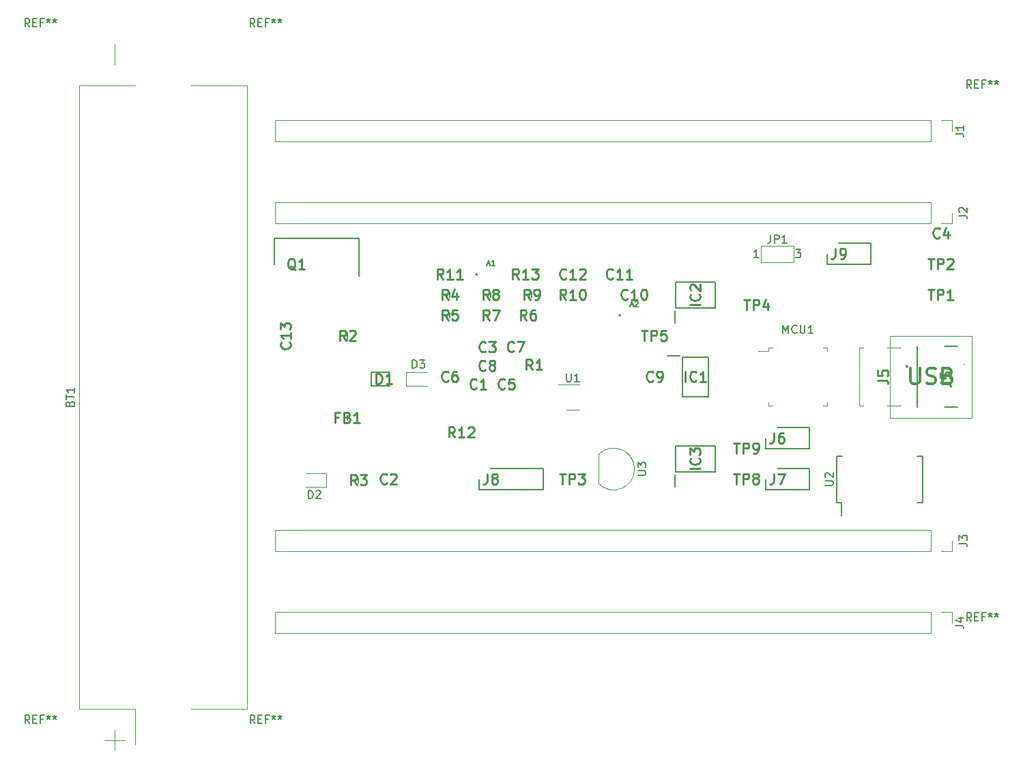
<source format=gbr>
%TF.GenerationSoftware,KiCad,Pcbnew,(6.0.1)*%
%TF.CreationDate,2022-04-08T17:51:27+02:00*%
%TF.ProjectId,main,6d61696e-2e6b-4696-9361-645f70636258,rev?*%
%TF.SameCoordinates,Original*%
%TF.FileFunction,Legend,Top*%
%TF.FilePolarity,Positive*%
%FSLAX46Y46*%
G04 Gerber Fmt 4.6, Leading zero omitted, Abs format (unit mm)*
G04 Created by KiCad (PCBNEW (6.0.1)) date 2022-04-08 17:51:27*
%MOMM*%
%LPD*%
G01*
G04 APERTURE LIST*
%ADD10C,0.100000*%
%ADD11C,0.300000*%
%ADD12C,0.254000*%
%ADD13C,0.150000*%
%ADD14C,0.200000*%
%ADD15C,0.120000*%
G04 APERTURE END LIST*
D10*
X173982212Y-91440000D02*
X184142212Y-91440000D01*
X184142212Y-91440000D02*
X184142212Y-101600000D01*
X184142212Y-101600000D02*
X173982212Y-101600000D01*
X173982212Y-101600000D02*
X173982212Y-91440000D01*
D11*
X176538402Y-95424761D02*
X176538402Y-97043809D01*
X176633640Y-97234285D01*
X176728878Y-97329523D01*
X176919354Y-97424761D01*
X177300307Y-97424761D01*
X177490783Y-97329523D01*
X177586021Y-97234285D01*
X177681259Y-97043809D01*
X177681259Y-95424761D01*
X178538402Y-97329523D02*
X178824116Y-97424761D01*
X179300307Y-97424761D01*
X179490783Y-97329523D01*
X179586021Y-97234285D01*
X179681259Y-97043809D01*
X179681259Y-96853333D01*
X179586021Y-96662857D01*
X179490783Y-96567619D01*
X179300307Y-96472380D01*
X178919354Y-96377142D01*
X178728878Y-96281904D01*
X178633640Y-96186666D01*
X178538402Y-95996190D01*
X178538402Y-95805714D01*
X178633640Y-95615238D01*
X178728878Y-95520000D01*
X178919354Y-95424761D01*
X179395545Y-95424761D01*
X179681259Y-95520000D01*
X181205069Y-96377142D02*
X181490783Y-96472380D01*
X181586021Y-96567619D01*
X181681259Y-96758095D01*
X181681259Y-97043809D01*
X181586021Y-97234285D01*
X181490783Y-97329523D01*
X181300307Y-97424761D01*
X180538402Y-97424761D01*
X180538402Y-95424761D01*
X181205069Y-95424761D01*
X181395545Y-95520000D01*
X181490783Y-95615238D01*
X181586021Y-95805714D01*
X181586021Y-95996190D01*
X181490783Y-96186666D01*
X181395545Y-96281904D01*
X181205069Y-96377142D01*
X180538402Y-96377142D01*
D12*
%TO.C,TP5*%
X143177380Y-90744523D02*
X143903095Y-90744523D01*
X143540238Y-92014523D02*
X143540238Y-90744523D01*
X144326428Y-92014523D02*
X144326428Y-90744523D01*
X144810238Y-90744523D01*
X144931190Y-90805000D01*
X144991666Y-90865476D01*
X145052142Y-90986428D01*
X145052142Y-91167857D01*
X144991666Y-91288809D01*
X144931190Y-91349285D01*
X144810238Y-91409761D01*
X144326428Y-91409761D01*
X146201190Y-90744523D02*
X145596428Y-90744523D01*
X145535952Y-91349285D01*
X145596428Y-91288809D01*
X145717380Y-91228333D01*
X146019761Y-91228333D01*
X146140714Y-91288809D01*
X146201190Y-91349285D01*
X146261666Y-91470238D01*
X146261666Y-91772619D01*
X146201190Y-91893571D01*
X146140714Y-91954047D01*
X146019761Y-92014523D01*
X145717380Y-92014523D01*
X145596428Y-91954047D01*
X145535952Y-91893571D01*
%TO.C,J9*%
X167216666Y-80584523D02*
X167216666Y-81491666D01*
X167156190Y-81673095D01*
X167035238Y-81794047D01*
X166853809Y-81854523D01*
X166732857Y-81854523D01*
X167881904Y-81854523D02*
X168123809Y-81854523D01*
X168244761Y-81794047D01*
X168305238Y-81733571D01*
X168426190Y-81552142D01*
X168486666Y-81310238D01*
X168486666Y-80826428D01*
X168426190Y-80705476D01*
X168365714Y-80645000D01*
X168244761Y-80584523D01*
X168002857Y-80584523D01*
X167881904Y-80645000D01*
X167821428Y-80705476D01*
X167760952Y-80826428D01*
X167760952Y-81128809D01*
X167821428Y-81249761D01*
X167881904Y-81310238D01*
X168002857Y-81370714D01*
X168244761Y-81370714D01*
X168365714Y-81310238D01*
X168426190Y-81249761D01*
X168486666Y-81128809D01*
%TO.C,C13*%
X99513571Y-92256428D02*
X99574047Y-92316904D01*
X99634523Y-92498333D01*
X99634523Y-92619285D01*
X99574047Y-92800714D01*
X99453095Y-92921666D01*
X99332142Y-92982142D01*
X99090238Y-93042619D01*
X98908809Y-93042619D01*
X98666904Y-92982142D01*
X98545952Y-92921666D01*
X98425000Y-92800714D01*
X98364523Y-92619285D01*
X98364523Y-92498333D01*
X98425000Y-92316904D01*
X98485476Y-92256428D01*
X99634523Y-91046904D02*
X99634523Y-91772619D01*
X99634523Y-91409761D02*
X98364523Y-91409761D01*
X98545952Y-91530714D01*
X98666904Y-91651666D01*
X98727380Y-91772619D01*
X98364523Y-90623571D02*
X98364523Y-89837380D01*
X98848333Y-90260714D01*
X98848333Y-90079285D01*
X98908809Y-89958333D01*
X98969285Y-89897857D01*
X99090238Y-89837380D01*
X99392619Y-89837380D01*
X99513571Y-89897857D01*
X99574047Y-89958333D01*
X99634523Y-90079285D01*
X99634523Y-90442142D01*
X99574047Y-90563095D01*
X99513571Y-90623571D01*
%TO.C,FB1*%
X105581666Y-101509285D02*
X105158333Y-101509285D01*
X105158333Y-102174523D02*
X105158333Y-100904523D01*
X105763095Y-100904523D01*
X106670238Y-101509285D02*
X106851666Y-101569761D01*
X106912142Y-101630238D01*
X106972619Y-101751190D01*
X106972619Y-101932619D01*
X106912142Y-102053571D01*
X106851666Y-102114047D01*
X106730714Y-102174523D01*
X106246904Y-102174523D01*
X106246904Y-100904523D01*
X106670238Y-100904523D01*
X106791190Y-100965000D01*
X106851666Y-101025476D01*
X106912142Y-101146428D01*
X106912142Y-101267380D01*
X106851666Y-101388333D01*
X106791190Y-101448809D01*
X106670238Y-101509285D01*
X106246904Y-101509285D01*
X108182142Y-102174523D02*
X107456428Y-102174523D01*
X107819285Y-102174523D02*
X107819285Y-100904523D01*
X107698333Y-101085952D01*
X107577380Y-101206904D01*
X107456428Y-101267380D01*
%TO.C,C6*%
X119168333Y-96973571D02*
X119107857Y-97034047D01*
X118926428Y-97094523D01*
X118805476Y-97094523D01*
X118624047Y-97034047D01*
X118503095Y-96913095D01*
X118442619Y-96792142D01*
X118382142Y-96550238D01*
X118382142Y-96368809D01*
X118442619Y-96126904D01*
X118503095Y-96005952D01*
X118624047Y-95885000D01*
X118805476Y-95824523D01*
X118926428Y-95824523D01*
X119107857Y-95885000D01*
X119168333Y-95945476D01*
X120256904Y-95824523D02*
X120015000Y-95824523D01*
X119894047Y-95885000D01*
X119833571Y-95945476D01*
X119712619Y-96126904D01*
X119652142Y-96368809D01*
X119652142Y-96852619D01*
X119712619Y-96973571D01*
X119773095Y-97034047D01*
X119894047Y-97094523D01*
X120135952Y-97094523D01*
X120256904Y-97034047D01*
X120317380Y-96973571D01*
X120377857Y-96852619D01*
X120377857Y-96550238D01*
X120317380Y-96429285D01*
X120256904Y-96368809D01*
X120135952Y-96308333D01*
X119894047Y-96308333D01*
X119773095Y-96368809D01*
X119712619Y-96429285D01*
X119652142Y-96550238D01*
D13*
%TO.C,U1*%
X133858095Y-96112380D02*
X133858095Y-96921904D01*
X133905714Y-97017142D01*
X133953333Y-97064761D01*
X134048571Y-97112380D01*
X134239047Y-97112380D01*
X134334285Y-97064761D01*
X134381904Y-97017142D01*
X134429523Y-96921904D01*
X134429523Y-96112380D01*
X135429523Y-97112380D02*
X134858095Y-97112380D01*
X135143809Y-97112380D02*
X135143809Y-96112380D01*
X135048571Y-96255238D01*
X134953333Y-96350476D01*
X134858095Y-96398095D01*
D12*
%TO.C,C12*%
X133803571Y-84273571D02*
X133743095Y-84334047D01*
X133561666Y-84394523D01*
X133440714Y-84394523D01*
X133259285Y-84334047D01*
X133138333Y-84213095D01*
X133077857Y-84092142D01*
X133017380Y-83850238D01*
X133017380Y-83668809D01*
X133077857Y-83426904D01*
X133138333Y-83305952D01*
X133259285Y-83185000D01*
X133440714Y-83124523D01*
X133561666Y-83124523D01*
X133743095Y-83185000D01*
X133803571Y-83245476D01*
X135013095Y-84394523D02*
X134287380Y-84394523D01*
X134650238Y-84394523D02*
X134650238Y-83124523D01*
X134529285Y-83305952D01*
X134408333Y-83426904D01*
X134287380Y-83487380D01*
X135496904Y-83245476D02*
X135557380Y-83185000D01*
X135678333Y-83124523D01*
X135980714Y-83124523D01*
X136101666Y-83185000D01*
X136162142Y-83245476D01*
X136222619Y-83366428D01*
X136222619Y-83487380D01*
X136162142Y-83668809D01*
X135436428Y-84394523D01*
X136222619Y-84394523D01*
%TO.C,R2*%
X106468333Y-92014523D02*
X106045000Y-91409761D01*
X105742619Y-92014523D02*
X105742619Y-90744523D01*
X106226428Y-90744523D01*
X106347380Y-90805000D01*
X106407857Y-90865476D01*
X106468333Y-90986428D01*
X106468333Y-91167857D01*
X106407857Y-91288809D01*
X106347380Y-91349285D01*
X106226428Y-91409761D01*
X105742619Y-91409761D01*
X106952142Y-90865476D02*
X107012619Y-90805000D01*
X107133571Y-90744523D01*
X107435952Y-90744523D01*
X107556904Y-90805000D01*
X107617380Y-90865476D01*
X107677857Y-90986428D01*
X107677857Y-91107380D01*
X107617380Y-91288809D01*
X106891666Y-92014523D01*
X107677857Y-92014523D01*
%TO.C,J8*%
X124036666Y-108524523D02*
X124036666Y-109431666D01*
X123976190Y-109613095D01*
X123855238Y-109734047D01*
X123673809Y-109794523D01*
X123552857Y-109794523D01*
X124822857Y-109068809D02*
X124701904Y-109008333D01*
X124641428Y-108947857D01*
X124580952Y-108826904D01*
X124580952Y-108766428D01*
X124641428Y-108645476D01*
X124701904Y-108585000D01*
X124822857Y-108524523D01*
X125064761Y-108524523D01*
X125185714Y-108585000D01*
X125246190Y-108645476D01*
X125306666Y-108766428D01*
X125306666Y-108826904D01*
X125246190Y-108947857D01*
X125185714Y-109008333D01*
X125064761Y-109068809D01*
X124822857Y-109068809D01*
X124701904Y-109129285D01*
X124641428Y-109189761D01*
X124580952Y-109310714D01*
X124580952Y-109552619D01*
X124641428Y-109673571D01*
X124701904Y-109734047D01*
X124822857Y-109794523D01*
X125064761Y-109794523D01*
X125185714Y-109734047D01*
X125246190Y-109673571D01*
X125306666Y-109552619D01*
X125306666Y-109310714D01*
X125246190Y-109189761D01*
X125185714Y-109129285D01*
X125064761Y-109068809D01*
D13*
%TO.C,REF\u002A\u002A*%
X95186666Y-139492380D02*
X94853333Y-139016190D01*
X94615238Y-139492380D02*
X94615238Y-138492380D01*
X94996190Y-138492380D01*
X95091428Y-138540000D01*
X95139047Y-138587619D01*
X95186666Y-138682857D01*
X95186666Y-138825714D01*
X95139047Y-138920952D01*
X95091428Y-138968571D01*
X94996190Y-139016190D01*
X94615238Y-139016190D01*
X95615238Y-138968571D02*
X95948571Y-138968571D01*
X96091428Y-139492380D02*
X95615238Y-139492380D01*
X95615238Y-138492380D01*
X96091428Y-138492380D01*
X96853333Y-138968571D02*
X96520000Y-138968571D01*
X96520000Y-139492380D02*
X96520000Y-138492380D01*
X96996190Y-138492380D01*
X97520000Y-138492380D02*
X97520000Y-138730476D01*
X97281904Y-138635238D02*
X97520000Y-138730476D01*
X97758095Y-138635238D01*
X97377142Y-138920952D02*
X97520000Y-138730476D01*
X97662857Y-138920952D01*
X98281904Y-138492380D02*
X98281904Y-138730476D01*
X98043809Y-138635238D02*
X98281904Y-138730476D01*
X98520000Y-138635238D01*
X98139047Y-138920952D02*
X98281904Y-138730476D01*
X98424761Y-138920952D01*
D12*
%TO.C,D1*%
X110252619Y-97379523D02*
X110252619Y-96109523D01*
X110555000Y-96109523D01*
X110736428Y-96170000D01*
X110857380Y-96290952D01*
X110917857Y-96411904D01*
X110978333Y-96653809D01*
X110978333Y-96835238D01*
X110917857Y-97077142D01*
X110857380Y-97198095D01*
X110736428Y-97319047D01*
X110555000Y-97379523D01*
X110252619Y-97379523D01*
X112187857Y-97379523D02*
X111462142Y-97379523D01*
X111825000Y-97379523D02*
X111825000Y-96109523D01*
X111704047Y-96290952D01*
X111583095Y-96411904D01*
X111462142Y-96472380D01*
%TO.C,R5*%
X119168333Y-89474523D02*
X118745000Y-88869761D01*
X118442619Y-89474523D02*
X118442619Y-88204523D01*
X118926428Y-88204523D01*
X119047380Y-88265000D01*
X119107857Y-88325476D01*
X119168333Y-88446428D01*
X119168333Y-88627857D01*
X119107857Y-88748809D01*
X119047380Y-88809285D01*
X118926428Y-88869761D01*
X118442619Y-88869761D01*
X120317380Y-88204523D02*
X119712619Y-88204523D01*
X119652142Y-88809285D01*
X119712619Y-88748809D01*
X119833571Y-88688333D01*
X120135952Y-88688333D01*
X120256904Y-88748809D01*
X120317380Y-88809285D01*
X120377857Y-88930238D01*
X120377857Y-89232619D01*
X120317380Y-89353571D01*
X120256904Y-89414047D01*
X120135952Y-89474523D01*
X119833571Y-89474523D01*
X119712619Y-89414047D01*
X119652142Y-89353571D01*
D13*
%TO.C,REF\u002A\u002A*%
X184086666Y-60752380D02*
X183753333Y-60276190D01*
X183515238Y-60752380D02*
X183515238Y-59752380D01*
X183896190Y-59752380D01*
X183991428Y-59800000D01*
X184039047Y-59847619D01*
X184086666Y-59942857D01*
X184086666Y-60085714D01*
X184039047Y-60180952D01*
X183991428Y-60228571D01*
X183896190Y-60276190D01*
X183515238Y-60276190D01*
X184515238Y-60228571D02*
X184848571Y-60228571D01*
X184991428Y-60752380D02*
X184515238Y-60752380D01*
X184515238Y-59752380D01*
X184991428Y-59752380D01*
X185753333Y-60228571D02*
X185420000Y-60228571D01*
X185420000Y-60752380D02*
X185420000Y-59752380D01*
X185896190Y-59752380D01*
X186420000Y-59752380D02*
X186420000Y-59990476D01*
X186181904Y-59895238D02*
X186420000Y-59990476D01*
X186658095Y-59895238D01*
X186277142Y-60180952D02*
X186420000Y-59990476D01*
X186562857Y-60180952D01*
X187181904Y-59752380D02*
X187181904Y-59990476D01*
X186943809Y-59895238D02*
X187181904Y-59990476D01*
X187420000Y-59895238D01*
X187039047Y-60180952D02*
X187181904Y-59990476D01*
X187324761Y-60180952D01*
D12*
%TO.C,R9*%
X129328333Y-86934523D02*
X128905000Y-86329761D01*
X128602619Y-86934523D02*
X128602619Y-85664523D01*
X129086428Y-85664523D01*
X129207380Y-85725000D01*
X129267857Y-85785476D01*
X129328333Y-85906428D01*
X129328333Y-86087857D01*
X129267857Y-86208809D01*
X129207380Y-86269285D01*
X129086428Y-86329761D01*
X128602619Y-86329761D01*
X129933095Y-86934523D02*
X130175000Y-86934523D01*
X130295952Y-86874047D01*
X130356428Y-86813571D01*
X130477380Y-86632142D01*
X130537857Y-86390238D01*
X130537857Y-85906428D01*
X130477380Y-85785476D01*
X130416904Y-85725000D01*
X130295952Y-85664523D01*
X130054047Y-85664523D01*
X129933095Y-85725000D01*
X129872619Y-85785476D01*
X129812142Y-85906428D01*
X129812142Y-86208809D01*
X129872619Y-86329761D01*
X129933095Y-86390238D01*
X130054047Y-86450714D01*
X130295952Y-86450714D01*
X130416904Y-86390238D01*
X130477380Y-86329761D01*
X130537857Y-86208809D01*
%TO.C,J5*%
X180259523Y-97256333D02*
X181166666Y-97256333D01*
X181348095Y-97316809D01*
X181469047Y-97437761D01*
X181529523Y-97619190D01*
X181529523Y-97740142D01*
X180259523Y-96046809D02*
X180259523Y-96651571D01*
X180864285Y-96712047D01*
X180803809Y-96651571D01*
X180743333Y-96530619D01*
X180743333Y-96228238D01*
X180803809Y-96107285D01*
X180864285Y-96046809D01*
X180985238Y-95986333D01*
X181287619Y-95986333D01*
X181408571Y-96046809D01*
X181469047Y-96107285D01*
X181529523Y-96228238D01*
X181529523Y-96530619D01*
X181469047Y-96651571D01*
X181408571Y-96712047D01*
D13*
%TO.C,REF\u002A\u002A*%
X67246666Y-53132380D02*
X66913333Y-52656190D01*
X66675238Y-53132380D02*
X66675238Y-52132380D01*
X67056190Y-52132380D01*
X67151428Y-52180000D01*
X67199047Y-52227619D01*
X67246666Y-52322857D01*
X67246666Y-52465714D01*
X67199047Y-52560952D01*
X67151428Y-52608571D01*
X67056190Y-52656190D01*
X66675238Y-52656190D01*
X67675238Y-52608571D02*
X68008571Y-52608571D01*
X68151428Y-53132380D02*
X67675238Y-53132380D01*
X67675238Y-52132380D01*
X68151428Y-52132380D01*
X68913333Y-52608571D02*
X68580000Y-52608571D01*
X68580000Y-53132380D02*
X68580000Y-52132380D01*
X69056190Y-52132380D01*
X69580000Y-52132380D02*
X69580000Y-52370476D01*
X69341904Y-52275238D02*
X69580000Y-52370476D01*
X69818095Y-52275238D01*
X69437142Y-52560952D02*
X69580000Y-52370476D01*
X69722857Y-52560952D01*
X70341904Y-52132380D02*
X70341904Y-52370476D01*
X70103809Y-52275238D02*
X70341904Y-52370476D01*
X70580000Y-52275238D01*
X70199047Y-52560952D02*
X70341904Y-52370476D01*
X70484761Y-52560952D01*
D12*
%TO.C,Q1*%
X100209047Y-83245476D02*
X100088095Y-83185000D01*
X99967142Y-83064047D01*
X99785714Y-82882619D01*
X99664761Y-82822142D01*
X99543809Y-82822142D01*
X99604285Y-83124523D02*
X99483333Y-83064047D01*
X99362380Y-82943095D01*
X99301904Y-82701190D01*
X99301904Y-82277857D01*
X99362380Y-82035952D01*
X99483333Y-81915000D01*
X99604285Y-81854523D01*
X99846190Y-81854523D01*
X99967142Y-81915000D01*
X100088095Y-82035952D01*
X100148571Y-82277857D01*
X100148571Y-82701190D01*
X100088095Y-82943095D01*
X99967142Y-83064047D01*
X99846190Y-83124523D01*
X99604285Y-83124523D01*
X101358095Y-83124523D02*
X100632380Y-83124523D01*
X100995238Y-83124523D02*
X100995238Y-81854523D01*
X100874285Y-82035952D01*
X100753333Y-82156904D01*
X100632380Y-82217380D01*
%TO.C,C5*%
X126183333Y-97923571D02*
X126122857Y-97984047D01*
X125941428Y-98044523D01*
X125820476Y-98044523D01*
X125639047Y-97984047D01*
X125518095Y-97863095D01*
X125457619Y-97742142D01*
X125397142Y-97500238D01*
X125397142Y-97318809D01*
X125457619Y-97076904D01*
X125518095Y-96955952D01*
X125639047Y-96835000D01*
X125820476Y-96774523D01*
X125941428Y-96774523D01*
X126122857Y-96835000D01*
X126183333Y-96895476D01*
X127332380Y-96774523D02*
X126727619Y-96774523D01*
X126667142Y-97379285D01*
X126727619Y-97318809D01*
X126848571Y-97258333D01*
X127150952Y-97258333D01*
X127271904Y-97318809D01*
X127332380Y-97379285D01*
X127392857Y-97500238D01*
X127392857Y-97802619D01*
X127332380Y-97923571D01*
X127271904Y-97984047D01*
X127150952Y-98044523D01*
X126848571Y-98044523D01*
X126727619Y-97984047D01*
X126667142Y-97923571D01*
%TO.C,TP4*%
X155877380Y-86934523D02*
X156603095Y-86934523D01*
X156240238Y-88204523D02*
X156240238Y-86934523D01*
X157026428Y-88204523D02*
X157026428Y-86934523D01*
X157510238Y-86934523D01*
X157631190Y-86995000D01*
X157691666Y-87055476D01*
X157752142Y-87176428D01*
X157752142Y-87357857D01*
X157691666Y-87478809D01*
X157631190Y-87539285D01*
X157510238Y-87599761D01*
X157026428Y-87599761D01*
X158840714Y-87357857D02*
X158840714Y-88204523D01*
X158538333Y-86874047D02*
X158235952Y-87781190D01*
X159022142Y-87781190D01*
D13*
%TO.C,J2*%
X182562380Y-76533333D02*
X183276666Y-76533333D01*
X183419523Y-76580952D01*
X183514761Y-76676190D01*
X183562380Y-76819047D01*
X183562380Y-76914285D01*
X182657619Y-76104761D02*
X182610000Y-76057142D01*
X182562380Y-75961904D01*
X182562380Y-75723809D01*
X182610000Y-75628571D01*
X182657619Y-75580952D01*
X182752857Y-75533333D01*
X182848095Y-75533333D01*
X182990952Y-75580952D01*
X183562380Y-76152380D01*
X183562380Y-75533333D01*
D12*
%TO.C,J5*%
X172476735Y-96943333D02*
X173383878Y-96943333D01*
X173565307Y-97003809D01*
X173686259Y-97124761D01*
X173746735Y-97306190D01*
X173746735Y-97427142D01*
X172476735Y-95733809D02*
X172476735Y-96338571D01*
X173081497Y-96399047D01*
X173021021Y-96338571D01*
X172960545Y-96217619D01*
X172960545Y-95915238D01*
X173021021Y-95794285D01*
X173081497Y-95733809D01*
X173202450Y-95673333D01*
X173504831Y-95673333D01*
X173625783Y-95733809D01*
X173686259Y-95794285D01*
X173746735Y-95915238D01*
X173746735Y-96217619D01*
X173686259Y-96338571D01*
X173625783Y-96399047D01*
D13*
%TO.C,REF\u002A\u002A*%
X67246666Y-139492380D02*
X66913333Y-139016190D01*
X66675238Y-139492380D02*
X66675238Y-138492380D01*
X67056190Y-138492380D01*
X67151428Y-138540000D01*
X67199047Y-138587619D01*
X67246666Y-138682857D01*
X67246666Y-138825714D01*
X67199047Y-138920952D01*
X67151428Y-138968571D01*
X67056190Y-139016190D01*
X66675238Y-139016190D01*
X67675238Y-138968571D02*
X68008571Y-138968571D01*
X68151428Y-139492380D02*
X67675238Y-139492380D01*
X67675238Y-138492380D01*
X68151428Y-138492380D01*
X68913333Y-138968571D02*
X68580000Y-138968571D01*
X68580000Y-139492380D02*
X68580000Y-138492380D01*
X69056190Y-138492380D01*
X69580000Y-138492380D02*
X69580000Y-138730476D01*
X69341904Y-138635238D02*
X69580000Y-138730476D01*
X69818095Y-138635238D01*
X69437142Y-138920952D02*
X69580000Y-138730476D01*
X69722857Y-138920952D01*
X70341904Y-138492380D02*
X70341904Y-138730476D01*
X70103809Y-138635238D02*
X70341904Y-138730476D01*
X70580000Y-138635238D01*
X70199047Y-138920952D02*
X70341904Y-138730476D01*
X70484761Y-138920952D01*
%TO.C,A2*%
X141814857Y-87600266D02*
X142119619Y-87600266D01*
X141753904Y-87783123D02*
X141967238Y-87143123D01*
X142180571Y-87783123D01*
X142363428Y-87204076D02*
X142393904Y-87173600D01*
X142454857Y-87143123D01*
X142607238Y-87143123D01*
X142668190Y-87173600D01*
X142698666Y-87204076D01*
X142729142Y-87265028D01*
X142729142Y-87325980D01*
X142698666Y-87417409D01*
X142332952Y-87783123D01*
X142729142Y-87783123D01*
D12*
%TO.C,C4*%
X180128333Y-79193571D02*
X180067857Y-79254047D01*
X179886428Y-79314523D01*
X179765476Y-79314523D01*
X179584047Y-79254047D01*
X179463095Y-79133095D01*
X179402619Y-79012142D01*
X179342142Y-78770238D01*
X179342142Y-78588809D01*
X179402619Y-78346904D01*
X179463095Y-78225952D01*
X179584047Y-78105000D01*
X179765476Y-78044523D01*
X179886428Y-78044523D01*
X180067857Y-78105000D01*
X180128333Y-78165476D01*
X181216904Y-78467857D02*
X181216904Y-79314523D01*
X180914523Y-77984047D02*
X180612142Y-78891190D01*
X181398333Y-78891190D01*
%TO.C,IC1*%
X148620238Y-97094523D02*
X148620238Y-95824523D01*
X149950714Y-96973571D02*
X149890238Y-97034047D01*
X149708809Y-97094523D01*
X149587857Y-97094523D01*
X149406428Y-97034047D01*
X149285476Y-96913095D01*
X149225000Y-96792142D01*
X149164523Y-96550238D01*
X149164523Y-96368809D01*
X149225000Y-96126904D01*
X149285476Y-96005952D01*
X149406428Y-95885000D01*
X149587857Y-95824523D01*
X149708809Y-95824523D01*
X149890238Y-95885000D01*
X149950714Y-95945476D01*
X151160238Y-97094523D02*
X150434523Y-97094523D01*
X150797380Y-97094523D02*
X150797380Y-95824523D01*
X150676428Y-96005952D01*
X150555476Y-96126904D01*
X150434523Y-96187380D01*
D13*
%TO.C,D2*%
X101836904Y-111602380D02*
X101836904Y-110602380D01*
X102075000Y-110602380D01*
X102217857Y-110650000D01*
X102313095Y-110745238D01*
X102360714Y-110840476D01*
X102408333Y-111030952D01*
X102408333Y-111173809D01*
X102360714Y-111364285D01*
X102313095Y-111459523D01*
X102217857Y-111554761D01*
X102075000Y-111602380D01*
X101836904Y-111602380D01*
X102789285Y-110697619D02*
X102836904Y-110650000D01*
X102932142Y-110602380D01*
X103170238Y-110602380D01*
X103265476Y-110650000D01*
X103313095Y-110697619D01*
X103360714Y-110792857D01*
X103360714Y-110888095D01*
X103313095Y-111030952D01*
X102741666Y-111602380D01*
X103360714Y-111602380D01*
%TO.C,MCU1*%
X160726666Y-91122380D02*
X160726666Y-90122380D01*
X161060000Y-90836666D01*
X161393333Y-90122380D01*
X161393333Y-91122380D01*
X162440952Y-91027142D02*
X162393333Y-91074761D01*
X162250476Y-91122380D01*
X162155238Y-91122380D01*
X162012380Y-91074761D01*
X161917142Y-90979523D01*
X161869523Y-90884285D01*
X161821904Y-90693809D01*
X161821904Y-90550952D01*
X161869523Y-90360476D01*
X161917142Y-90265238D01*
X162012380Y-90170000D01*
X162155238Y-90122380D01*
X162250476Y-90122380D01*
X162393333Y-90170000D01*
X162440952Y-90217619D01*
X162869523Y-90122380D02*
X162869523Y-90931904D01*
X162917142Y-91027142D01*
X162964761Y-91074761D01*
X163060000Y-91122380D01*
X163250476Y-91122380D01*
X163345714Y-91074761D01*
X163393333Y-91027142D01*
X163440952Y-90931904D01*
X163440952Y-90122380D01*
X164440952Y-91122380D02*
X163869523Y-91122380D01*
X164155238Y-91122380D02*
X164155238Y-90122380D01*
X164060000Y-90265238D01*
X163964761Y-90360476D01*
X163869523Y-90408095D01*
D12*
%TO.C,TP9*%
X154607380Y-104714523D02*
X155333095Y-104714523D01*
X154970238Y-105984523D02*
X154970238Y-104714523D01*
X155756428Y-105984523D02*
X155756428Y-104714523D01*
X156240238Y-104714523D01*
X156361190Y-104775000D01*
X156421666Y-104835476D01*
X156482142Y-104956428D01*
X156482142Y-105137857D01*
X156421666Y-105258809D01*
X156361190Y-105319285D01*
X156240238Y-105379761D01*
X155756428Y-105379761D01*
X157086904Y-105984523D02*
X157328809Y-105984523D01*
X157449761Y-105924047D01*
X157510238Y-105863571D01*
X157631190Y-105682142D01*
X157691666Y-105440238D01*
X157691666Y-104956428D01*
X157631190Y-104835476D01*
X157570714Y-104775000D01*
X157449761Y-104714523D01*
X157207857Y-104714523D01*
X157086904Y-104775000D01*
X157026428Y-104835476D01*
X156965952Y-104956428D01*
X156965952Y-105258809D01*
X157026428Y-105379761D01*
X157086904Y-105440238D01*
X157207857Y-105500714D01*
X157449761Y-105500714D01*
X157570714Y-105440238D01*
X157631190Y-105379761D01*
X157691666Y-105258809D01*
D13*
%TO.C,A1*%
X124034857Y-82520266D02*
X124339619Y-82520266D01*
X123973904Y-82703123D02*
X124187238Y-82063123D01*
X124400571Y-82703123D01*
X124949142Y-82703123D02*
X124583428Y-82703123D01*
X124766285Y-82703123D02*
X124766285Y-82063123D01*
X124705333Y-82154552D01*
X124644380Y-82215504D01*
X124583428Y-82245980D01*
D12*
%TO.C,R12*%
X119973571Y-104024523D02*
X119550238Y-103419761D01*
X119247857Y-104024523D02*
X119247857Y-102754523D01*
X119731666Y-102754523D01*
X119852619Y-102815000D01*
X119913095Y-102875476D01*
X119973571Y-102996428D01*
X119973571Y-103177857D01*
X119913095Y-103298809D01*
X119852619Y-103359285D01*
X119731666Y-103419761D01*
X119247857Y-103419761D01*
X121183095Y-104024523D02*
X120457380Y-104024523D01*
X120820238Y-104024523D02*
X120820238Y-102754523D01*
X120699285Y-102935952D01*
X120578333Y-103056904D01*
X120457380Y-103117380D01*
X121666904Y-102875476D02*
X121727380Y-102815000D01*
X121848333Y-102754523D01*
X122150714Y-102754523D01*
X122271666Y-102815000D01*
X122332142Y-102875476D01*
X122392619Y-102996428D01*
X122392619Y-103117380D01*
X122332142Y-103298809D01*
X121606428Y-104024523D01*
X122392619Y-104024523D01*
D13*
%TO.C,D3*%
X114751904Y-95432380D02*
X114751904Y-94432380D01*
X114990000Y-94432380D01*
X115132857Y-94480000D01*
X115228095Y-94575238D01*
X115275714Y-94670476D01*
X115323333Y-94860952D01*
X115323333Y-95003809D01*
X115275714Y-95194285D01*
X115228095Y-95289523D01*
X115132857Y-95384761D01*
X114990000Y-95432380D01*
X114751904Y-95432380D01*
X115656666Y-94432380D02*
X116275714Y-94432380D01*
X115942380Y-94813333D01*
X116085238Y-94813333D01*
X116180476Y-94860952D01*
X116228095Y-94908571D01*
X116275714Y-95003809D01*
X116275714Y-95241904D01*
X116228095Y-95337142D01*
X116180476Y-95384761D01*
X116085238Y-95432380D01*
X115799523Y-95432380D01*
X115704285Y-95384761D01*
X115656666Y-95337142D01*
D12*
%TO.C,J7*%
X159596666Y-108524523D02*
X159596666Y-109431666D01*
X159536190Y-109613095D01*
X159415238Y-109734047D01*
X159233809Y-109794523D01*
X159112857Y-109794523D01*
X160080476Y-108524523D02*
X160927142Y-108524523D01*
X160382857Y-109794523D01*
%TO.C,J6*%
X159596666Y-103444523D02*
X159596666Y-104351666D01*
X159536190Y-104533095D01*
X159415238Y-104654047D01*
X159233809Y-104714523D01*
X159112857Y-104714523D01*
X160745714Y-103444523D02*
X160503809Y-103444523D01*
X160382857Y-103505000D01*
X160322380Y-103565476D01*
X160201428Y-103746904D01*
X160140952Y-103988809D01*
X160140952Y-104472619D01*
X160201428Y-104593571D01*
X160261904Y-104654047D01*
X160382857Y-104714523D01*
X160624761Y-104714523D01*
X160745714Y-104654047D01*
X160806190Y-104593571D01*
X160866666Y-104472619D01*
X160866666Y-104170238D01*
X160806190Y-104049285D01*
X160745714Y-103988809D01*
X160624761Y-103928333D01*
X160382857Y-103928333D01*
X160261904Y-103988809D01*
X160201428Y-104049285D01*
X160140952Y-104170238D01*
%TO.C,C11*%
X139593571Y-84273571D02*
X139533095Y-84334047D01*
X139351666Y-84394523D01*
X139230714Y-84394523D01*
X139049285Y-84334047D01*
X138928333Y-84213095D01*
X138867857Y-84092142D01*
X138807380Y-83850238D01*
X138807380Y-83668809D01*
X138867857Y-83426904D01*
X138928333Y-83305952D01*
X139049285Y-83185000D01*
X139230714Y-83124523D01*
X139351666Y-83124523D01*
X139533095Y-83185000D01*
X139593571Y-83245476D01*
X140803095Y-84394523D02*
X140077380Y-84394523D01*
X140440238Y-84394523D02*
X140440238Y-83124523D01*
X140319285Y-83305952D01*
X140198333Y-83426904D01*
X140077380Y-83487380D01*
X142012619Y-84394523D02*
X141286904Y-84394523D01*
X141649761Y-84394523D02*
X141649761Y-83124523D01*
X141528809Y-83305952D01*
X141407857Y-83426904D01*
X141286904Y-83487380D01*
D13*
%TO.C,J1*%
X182122380Y-66373333D02*
X182836666Y-66373333D01*
X182979523Y-66420952D01*
X183074761Y-66516190D01*
X183122380Y-66659047D01*
X183122380Y-66754285D01*
X183122380Y-65373333D02*
X183122380Y-65944761D01*
X183122380Y-65659047D02*
X182122380Y-65659047D01*
X182265238Y-65754285D01*
X182360476Y-65849523D01*
X182408095Y-65944761D01*
D12*
%TO.C,C9*%
X144568333Y-96973571D02*
X144507857Y-97034047D01*
X144326428Y-97094523D01*
X144205476Y-97094523D01*
X144024047Y-97034047D01*
X143903095Y-96913095D01*
X143842619Y-96792142D01*
X143782142Y-96550238D01*
X143782142Y-96368809D01*
X143842619Y-96126904D01*
X143903095Y-96005952D01*
X144024047Y-95885000D01*
X144205476Y-95824523D01*
X144326428Y-95824523D01*
X144507857Y-95885000D01*
X144568333Y-95945476D01*
X145173095Y-97094523D02*
X145415000Y-97094523D01*
X145535952Y-97034047D01*
X145596428Y-96973571D01*
X145717380Y-96792142D01*
X145777857Y-96550238D01*
X145777857Y-96066428D01*
X145717380Y-95945476D01*
X145656904Y-95885000D01*
X145535952Y-95824523D01*
X145294047Y-95824523D01*
X145173095Y-95885000D01*
X145112619Y-95945476D01*
X145052142Y-96066428D01*
X145052142Y-96368809D01*
X145112619Y-96489761D01*
X145173095Y-96550238D01*
X145294047Y-96610714D01*
X145535952Y-96610714D01*
X145656904Y-96550238D01*
X145717380Y-96489761D01*
X145777857Y-96368809D01*
%TO.C,R13*%
X127923571Y-84394523D02*
X127500238Y-83789761D01*
X127197857Y-84394523D02*
X127197857Y-83124523D01*
X127681666Y-83124523D01*
X127802619Y-83185000D01*
X127863095Y-83245476D01*
X127923571Y-83366428D01*
X127923571Y-83547857D01*
X127863095Y-83668809D01*
X127802619Y-83729285D01*
X127681666Y-83789761D01*
X127197857Y-83789761D01*
X129133095Y-84394523D02*
X128407380Y-84394523D01*
X128770238Y-84394523D02*
X128770238Y-83124523D01*
X128649285Y-83305952D01*
X128528333Y-83426904D01*
X128407380Y-83487380D01*
X129556428Y-83124523D02*
X130342619Y-83124523D01*
X129919285Y-83608333D01*
X130100714Y-83608333D01*
X130221666Y-83668809D01*
X130282142Y-83729285D01*
X130342619Y-83850238D01*
X130342619Y-84152619D01*
X130282142Y-84273571D01*
X130221666Y-84334047D01*
X130100714Y-84394523D01*
X129737857Y-84394523D01*
X129616904Y-84334047D01*
X129556428Y-84273571D01*
%TO.C,C1*%
X122683333Y-97923571D02*
X122622857Y-97984047D01*
X122441428Y-98044523D01*
X122320476Y-98044523D01*
X122139047Y-97984047D01*
X122018095Y-97863095D01*
X121957619Y-97742142D01*
X121897142Y-97500238D01*
X121897142Y-97318809D01*
X121957619Y-97076904D01*
X122018095Y-96955952D01*
X122139047Y-96835000D01*
X122320476Y-96774523D01*
X122441428Y-96774523D01*
X122622857Y-96835000D01*
X122683333Y-96895476D01*
X123892857Y-98044523D02*
X123167142Y-98044523D01*
X123530000Y-98044523D02*
X123530000Y-96774523D01*
X123409047Y-96955952D01*
X123288095Y-97076904D01*
X123167142Y-97137380D01*
D13*
%TO.C,JP1*%
X159186666Y-78932380D02*
X159186666Y-79646666D01*
X159139047Y-79789523D01*
X159043809Y-79884761D01*
X158900952Y-79932380D01*
X158805714Y-79932380D01*
X159662857Y-79932380D02*
X159662857Y-78932380D01*
X160043809Y-78932380D01*
X160139047Y-78980000D01*
X160186666Y-79027619D01*
X160234285Y-79122857D01*
X160234285Y-79265714D01*
X160186666Y-79360952D01*
X160139047Y-79408571D01*
X160043809Y-79456190D01*
X159662857Y-79456190D01*
X161186666Y-79932380D02*
X160615238Y-79932380D01*
X160900952Y-79932380D02*
X160900952Y-78932380D01*
X160805714Y-79075238D01*
X160710476Y-79170476D01*
X160615238Y-79218095D01*
X157705714Y-81732380D02*
X157134285Y-81732380D01*
X157420000Y-81732380D02*
X157420000Y-80732380D01*
X157324761Y-80875238D01*
X157229523Y-80970476D01*
X157134285Y-81018095D01*
X162286666Y-80732380D02*
X162905714Y-80732380D01*
X162572380Y-81113333D01*
X162715238Y-81113333D01*
X162810476Y-81160952D01*
X162858095Y-81208571D01*
X162905714Y-81303809D01*
X162905714Y-81541904D01*
X162858095Y-81637142D01*
X162810476Y-81684761D01*
X162715238Y-81732380D01*
X162429523Y-81732380D01*
X162334285Y-81684761D01*
X162286666Y-81637142D01*
D12*
%TO.C,R4*%
X119168333Y-86934523D02*
X118745000Y-86329761D01*
X118442619Y-86934523D02*
X118442619Y-85664523D01*
X118926428Y-85664523D01*
X119047380Y-85725000D01*
X119107857Y-85785476D01*
X119168333Y-85906428D01*
X119168333Y-86087857D01*
X119107857Y-86208809D01*
X119047380Y-86269285D01*
X118926428Y-86329761D01*
X118442619Y-86329761D01*
X120256904Y-86087857D02*
X120256904Y-86934523D01*
X119954523Y-85604047D02*
X119652142Y-86511190D01*
X120438333Y-86511190D01*
%TO.C,R6*%
X128873333Y-89474523D02*
X128450000Y-88869761D01*
X128147619Y-89474523D02*
X128147619Y-88204523D01*
X128631428Y-88204523D01*
X128752380Y-88265000D01*
X128812857Y-88325476D01*
X128873333Y-88446428D01*
X128873333Y-88627857D01*
X128812857Y-88748809D01*
X128752380Y-88809285D01*
X128631428Y-88869761D01*
X128147619Y-88869761D01*
X129961904Y-88204523D02*
X129720000Y-88204523D01*
X129599047Y-88265000D01*
X129538571Y-88325476D01*
X129417619Y-88506904D01*
X129357142Y-88748809D01*
X129357142Y-89232619D01*
X129417619Y-89353571D01*
X129478095Y-89414047D01*
X129599047Y-89474523D01*
X129840952Y-89474523D01*
X129961904Y-89414047D01*
X130022380Y-89353571D01*
X130082857Y-89232619D01*
X130082857Y-88930238D01*
X130022380Y-88809285D01*
X129961904Y-88748809D01*
X129840952Y-88688333D01*
X129599047Y-88688333D01*
X129478095Y-88748809D01*
X129417619Y-88809285D01*
X129357142Y-88930238D01*
%TO.C,R10*%
X133803571Y-86934523D02*
X133380238Y-86329761D01*
X133077857Y-86934523D02*
X133077857Y-85664523D01*
X133561666Y-85664523D01*
X133682619Y-85725000D01*
X133743095Y-85785476D01*
X133803571Y-85906428D01*
X133803571Y-86087857D01*
X133743095Y-86208809D01*
X133682619Y-86269285D01*
X133561666Y-86329761D01*
X133077857Y-86329761D01*
X135013095Y-86934523D02*
X134287380Y-86934523D01*
X134650238Y-86934523D02*
X134650238Y-85664523D01*
X134529285Y-85845952D01*
X134408333Y-85966904D01*
X134287380Y-86027380D01*
X135799285Y-85664523D02*
X135920238Y-85664523D01*
X136041190Y-85725000D01*
X136101666Y-85785476D01*
X136162142Y-85906428D01*
X136222619Y-86148333D01*
X136222619Y-86450714D01*
X136162142Y-86692619D01*
X136101666Y-86813571D01*
X136041190Y-86874047D01*
X135920238Y-86934523D01*
X135799285Y-86934523D01*
X135678333Y-86874047D01*
X135617857Y-86813571D01*
X135557380Y-86692619D01*
X135496904Y-86450714D01*
X135496904Y-86148333D01*
X135557380Y-85906428D01*
X135617857Y-85785476D01*
X135678333Y-85725000D01*
X135799285Y-85664523D01*
%TO.C,C3*%
X123808333Y-93323571D02*
X123747857Y-93384047D01*
X123566428Y-93444523D01*
X123445476Y-93444523D01*
X123264047Y-93384047D01*
X123143095Y-93263095D01*
X123082619Y-93142142D01*
X123022142Y-92900238D01*
X123022142Y-92718809D01*
X123082619Y-92476904D01*
X123143095Y-92355952D01*
X123264047Y-92235000D01*
X123445476Y-92174523D01*
X123566428Y-92174523D01*
X123747857Y-92235000D01*
X123808333Y-92295476D01*
X124231666Y-92174523D02*
X125017857Y-92174523D01*
X124594523Y-92658333D01*
X124775952Y-92658333D01*
X124896904Y-92718809D01*
X124957380Y-92779285D01*
X125017857Y-92900238D01*
X125017857Y-93202619D01*
X124957380Y-93323571D01*
X124896904Y-93384047D01*
X124775952Y-93444523D01*
X124413095Y-93444523D01*
X124292142Y-93384047D01*
X124231666Y-93323571D01*
%TO.C,C7*%
X127323333Y-93303571D02*
X127262857Y-93364047D01*
X127081428Y-93424523D01*
X126960476Y-93424523D01*
X126779047Y-93364047D01*
X126658095Y-93243095D01*
X126597619Y-93122142D01*
X126537142Y-92880238D01*
X126537142Y-92698809D01*
X126597619Y-92456904D01*
X126658095Y-92335952D01*
X126779047Y-92215000D01*
X126960476Y-92154523D01*
X127081428Y-92154523D01*
X127262857Y-92215000D01*
X127323333Y-92275476D01*
X127746666Y-92154523D02*
X128593333Y-92154523D01*
X128049047Y-93424523D01*
%TO.C,C2*%
X111548333Y-109673571D02*
X111487857Y-109734047D01*
X111306428Y-109794523D01*
X111185476Y-109794523D01*
X111004047Y-109734047D01*
X110883095Y-109613095D01*
X110822619Y-109492142D01*
X110762142Y-109250238D01*
X110762142Y-109068809D01*
X110822619Y-108826904D01*
X110883095Y-108705952D01*
X111004047Y-108585000D01*
X111185476Y-108524523D01*
X111306428Y-108524523D01*
X111487857Y-108585000D01*
X111548333Y-108645476D01*
X112032142Y-108645476D02*
X112092619Y-108585000D01*
X112213571Y-108524523D01*
X112515952Y-108524523D01*
X112636904Y-108585000D01*
X112697380Y-108645476D01*
X112757857Y-108766428D01*
X112757857Y-108887380D01*
X112697380Y-109068809D01*
X111971666Y-109794523D01*
X112757857Y-109794523D01*
%TO.C,R1*%
X129608333Y-95644523D02*
X129185000Y-95039761D01*
X128882619Y-95644523D02*
X128882619Y-94374523D01*
X129366428Y-94374523D01*
X129487380Y-94435000D01*
X129547857Y-94495476D01*
X129608333Y-94616428D01*
X129608333Y-94797857D01*
X129547857Y-94918809D01*
X129487380Y-94979285D01*
X129366428Y-95039761D01*
X128882619Y-95039761D01*
X130817857Y-95644523D02*
X130092142Y-95644523D01*
X130455000Y-95644523D02*
X130455000Y-94374523D01*
X130334047Y-94555952D01*
X130213095Y-94676904D01*
X130092142Y-94737380D01*
D13*
%TO.C,REF\u002A\u002A*%
X184086666Y-126792380D02*
X183753333Y-126316190D01*
X183515238Y-126792380D02*
X183515238Y-125792380D01*
X183896190Y-125792380D01*
X183991428Y-125840000D01*
X184039047Y-125887619D01*
X184086666Y-125982857D01*
X184086666Y-126125714D01*
X184039047Y-126220952D01*
X183991428Y-126268571D01*
X183896190Y-126316190D01*
X183515238Y-126316190D01*
X184515238Y-126268571D02*
X184848571Y-126268571D01*
X184991428Y-126792380D02*
X184515238Y-126792380D01*
X184515238Y-125792380D01*
X184991428Y-125792380D01*
X185753333Y-126268571D02*
X185420000Y-126268571D01*
X185420000Y-126792380D02*
X185420000Y-125792380D01*
X185896190Y-125792380D01*
X186420000Y-125792380D02*
X186420000Y-126030476D01*
X186181904Y-125935238D02*
X186420000Y-126030476D01*
X186658095Y-125935238D01*
X186277142Y-126220952D02*
X186420000Y-126030476D01*
X186562857Y-126220952D01*
X187181904Y-125792380D02*
X187181904Y-126030476D01*
X186943809Y-125935238D02*
X187181904Y-126030476D01*
X187420000Y-125935238D01*
X187039047Y-126220952D02*
X187181904Y-126030476D01*
X187324761Y-126220952D01*
%TO.C,J4*%
X182122380Y-127333333D02*
X182836666Y-127333333D01*
X182979523Y-127380952D01*
X183074761Y-127476190D01*
X183122380Y-127619047D01*
X183122380Y-127714285D01*
X182455714Y-126428571D02*
X183122380Y-126428571D01*
X182074761Y-126666666D02*
X182789047Y-126904761D01*
X182789047Y-126285714D01*
%TO.C,U2*%
X165922380Y-109981904D02*
X166731904Y-109981904D01*
X166827142Y-109934285D01*
X166874761Y-109886666D01*
X166922380Y-109791428D01*
X166922380Y-109600952D01*
X166874761Y-109505714D01*
X166827142Y-109458095D01*
X166731904Y-109410476D01*
X165922380Y-109410476D01*
X166017619Y-108981904D02*
X165970000Y-108934285D01*
X165922380Y-108839047D01*
X165922380Y-108600952D01*
X165970000Y-108505714D01*
X166017619Y-108458095D01*
X166112857Y-108410476D01*
X166208095Y-108410476D01*
X166350952Y-108458095D01*
X166922380Y-109029523D01*
X166922380Y-108410476D01*
%TO.C,REF\u002A\u002A*%
X95186666Y-53132380D02*
X94853333Y-52656190D01*
X94615238Y-53132380D02*
X94615238Y-52132380D01*
X94996190Y-52132380D01*
X95091428Y-52180000D01*
X95139047Y-52227619D01*
X95186666Y-52322857D01*
X95186666Y-52465714D01*
X95139047Y-52560952D01*
X95091428Y-52608571D01*
X94996190Y-52656190D01*
X94615238Y-52656190D01*
X95615238Y-52608571D02*
X95948571Y-52608571D01*
X96091428Y-53132380D02*
X95615238Y-53132380D01*
X95615238Y-52132380D01*
X96091428Y-52132380D01*
X96853333Y-52608571D02*
X96520000Y-52608571D01*
X96520000Y-53132380D02*
X96520000Y-52132380D01*
X96996190Y-52132380D01*
X97520000Y-52132380D02*
X97520000Y-52370476D01*
X97281904Y-52275238D02*
X97520000Y-52370476D01*
X97758095Y-52275238D01*
X97377142Y-52560952D02*
X97520000Y-52370476D01*
X97662857Y-52560952D01*
X98281904Y-52132380D02*
X98281904Y-52370476D01*
X98043809Y-52275238D02*
X98281904Y-52370476D01*
X98520000Y-52275238D01*
X98139047Y-52560952D02*
X98281904Y-52370476D01*
X98424761Y-52560952D01*
%TO.C,J3*%
X182562380Y-117173333D02*
X183276666Y-117173333D01*
X183419523Y-117220952D01*
X183514761Y-117316190D01*
X183562380Y-117459047D01*
X183562380Y-117554285D01*
X182562380Y-116792380D02*
X182562380Y-116173333D01*
X182943333Y-116506666D01*
X182943333Y-116363809D01*
X182990952Y-116268571D01*
X183038571Y-116220952D01*
X183133809Y-116173333D01*
X183371904Y-116173333D01*
X183467142Y-116220952D01*
X183514761Y-116268571D01*
X183562380Y-116363809D01*
X183562380Y-116649523D01*
X183514761Y-116744761D01*
X183467142Y-116792380D01*
D12*
%TO.C,TP2*%
X178737380Y-81854523D02*
X179463095Y-81854523D01*
X179100238Y-83124523D02*
X179100238Y-81854523D01*
X179886428Y-83124523D02*
X179886428Y-81854523D01*
X180370238Y-81854523D01*
X180491190Y-81915000D01*
X180551666Y-81975476D01*
X180612142Y-82096428D01*
X180612142Y-82277857D01*
X180551666Y-82398809D01*
X180491190Y-82459285D01*
X180370238Y-82519761D01*
X179886428Y-82519761D01*
X181095952Y-81975476D02*
X181156428Y-81915000D01*
X181277380Y-81854523D01*
X181579761Y-81854523D01*
X181700714Y-81915000D01*
X181761190Y-81975476D01*
X181821666Y-82096428D01*
X181821666Y-82217380D01*
X181761190Y-82398809D01*
X181035476Y-83124523D01*
X181821666Y-83124523D01*
%TO.C,R7*%
X124248333Y-89474523D02*
X123825000Y-88869761D01*
X123522619Y-89474523D02*
X123522619Y-88204523D01*
X124006428Y-88204523D01*
X124127380Y-88265000D01*
X124187857Y-88325476D01*
X124248333Y-88446428D01*
X124248333Y-88627857D01*
X124187857Y-88748809D01*
X124127380Y-88809285D01*
X124006428Y-88869761D01*
X123522619Y-88869761D01*
X124671666Y-88204523D02*
X125518333Y-88204523D01*
X124974047Y-89474523D01*
%TO.C,TP8*%
X154607380Y-108524523D02*
X155333095Y-108524523D01*
X154970238Y-109794523D02*
X154970238Y-108524523D01*
X155756428Y-109794523D02*
X155756428Y-108524523D01*
X156240238Y-108524523D01*
X156361190Y-108585000D01*
X156421666Y-108645476D01*
X156482142Y-108766428D01*
X156482142Y-108947857D01*
X156421666Y-109068809D01*
X156361190Y-109129285D01*
X156240238Y-109189761D01*
X155756428Y-109189761D01*
X157207857Y-109068809D02*
X157086904Y-109008333D01*
X157026428Y-108947857D01*
X156965952Y-108826904D01*
X156965952Y-108766428D01*
X157026428Y-108645476D01*
X157086904Y-108585000D01*
X157207857Y-108524523D01*
X157449761Y-108524523D01*
X157570714Y-108585000D01*
X157631190Y-108645476D01*
X157691666Y-108766428D01*
X157691666Y-108826904D01*
X157631190Y-108947857D01*
X157570714Y-109008333D01*
X157449761Y-109068809D01*
X157207857Y-109068809D01*
X157086904Y-109129285D01*
X157026428Y-109189761D01*
X156965952Y-109310714D01*
X156965952Y-109552619D01*
X157026428Y-109673571D01*
X157086904Y-109734047D01*
X157207857Y-109794523D01*
X157449761Y-109794523D01*
X157570714Y-109734047D01*
X157631190Y-109673571D01*
X157691666Y-109552619D01*
X157691666Y-109310714D01*
X157631190Y-109189761D01*
X157570714Y-109129285D01*
X157449761Y-109068809D01*
%TO.C,C8*%
X123793333Y-95633571D02*
X123732857Y-95694047D01*
X123551428Y-95754523D01*
X123430476Y-95754523D01*
X123249047Y-95694047D01*
X123128095Y-95573095D01*
X123067619Y-95452142D01*
X123007142Y-95210238D01*
X123007142Y-95028809D01*
X123067619Y-94786904D01*
X123128095Y-94665952D01*
X123249047Y-94545000D01*
X123430476Y-94484523D01*
X123551428Y-94484523D01*
X123732857Y-94545000D01*
X123793333Y-94605476D01*
X124519047Y-95028809D02*
X124398095Y-94968333D01*
X124337619Y-94907857D01*
X124277142Y-94786904D01*
X124277142Y-94726428D01*
X124337619Y-94605476D01*
X124398095Y-94545000D01*
X124519047Y-94484523D01*
X124760952Y-94484523D01*
X124881904Y-94545000D01*
X124942380Y-94605476D01*
X125002857Y-94726428D01*
X125002857Y-94786904D01*
X124942380Y-94907857D01*
X124881904Y-94968333D01*
X124760952Y-95028809D01*
X124519047Y-95028809D01*
X124398095Y-95089285D01*
X124337619Y-95149761D01*
X124277142Y-95270714D01*
X124277142Y-95512619D01*
X124337619Y-95633571D01*
X124398095Y-95694047D01*
X124519047Y-95754523D01*
X124760952Y-95754523D01*
X124881904Y-95694047D01*
X124942380Y-95633571D01*
X125002857Y-95512619D01*
X125002857Y-95270714D01*
X124942380Y-95149761D01*
X124881904Y-95089285D01*
X124760952Y-95028809D01*
%TO.C,TP3*%
X133017380Y-108524523D02*
X133743095Y-108524523D01*
X133380238Y-109794523D02*
X133380238Y-108524523D01*
X134166428Y-109794523D02*
X134166428Y-108524523D01*
X134650238Y-108524523D01*
X134771190Y-108585000D01*
X134831666Y-108645476D01*
X134892142Y-108766428D01*
X134892142Y-108947857D01*
X134831666Y-109068809D01*
X134771190Y-109129285D01*
X134650238Y-109189761D01*
X134166428Y-109189761D01*
X135315476Y-108524523D02*
X136101666Y-108524523D01*
X135678333Y-109008333D01*
X135859761Y-109008333D01*
X135980714Y-109068809D01*
X136041190Y-109129285D01*
X136101666Y-109250238D01*
X136101666Y-109552619D01*
X136041190Y-109673571D01*
X135980714Y-109734047D01*
X135859761Y-109794523D01*
X135496904Y-109794523D01*
X135375952Y-109734047D01*
X135315476Y-109673571D01*
%TO.C,TP1*%
X178737380Y-85664523D02*
X179463095Y-85664523D01*
X179100238Y-86934523D02*
X179100238Y-85664523D01*
X179886428Y-86934523D02*
X179886428Y-85664523D01*
X180370238Y-85664523D01*
X180491190Y-85725000D01*
X180551666Y-85785476D01*
X180612142Y-85906428D01*
X180612142Y-86087857D01*
X180551666Y-86208809D01*
X180491190Y-86269285D01*
X180370238Y-86329761D01*
X179886428Y-86329761D01*
X181821666Y-86934523D02*
X181095952Y-86934523D01*
X181458809Y-86934523D02*
X181458809Y-85664523D01*
X181337857Y-85845952D01*
X181216904Y-85966904D01*
X181095952Y-86027380D01*
%TO.C,R11*%
X118563571Y-84394523D02*
X118140238Y-83789761D01*
X117837857Y-84394523D02*
X117837857Y-83124523D01*
X118321666Y-83124523D01*
X118442619Y-83185000D01*
X118503095Y-83245476D01*
X118563571Y-83366428D01*
X118563571Y-83547857D01*
X118503095Y-83668809D01*
X118442619Y-83729285D01*
X118321666Y-83789761D01*
X117837857Y-83789761D01*
X119773095Y-84394523D02*
X119047380Y-84394523D01*
X119410238Y-84394523D02*
X119410238Y-83124523D01*
X119289285Y-83305952D01*
X119168333Y-83426904D01*
X119047380Y-83487380D01*
X120982619Y-84394523D02*
X120256904Y-84394523D01*
X120619761Y-84394523D02*
X120619761Y-83124523D01*
X120498809Y-83305952D01*
X120377857Y-83426904D01*
X120256904Y-83487380D01*
%TO.C,R3*%
X107823333Y-109924523D02*
X107400000Y-109319761D01*
X107097619Y-109924523D02*
X107097619Y-108654523D01*
X107581428Y-108654523D01*
X107702380Y-108715000D01*
X107762857Y-108775476D01*
X107823333Y-108896428D01*
X107823333Y-109077857D01*
X107762857Y-109198809D01*
X107702380Y-109259285D01*
X107581428Y-109319761D01*
X107097619Y-109319761D01*
X108246666Y-108654523D02*
X109032857Y-108654523D01*
X108609523Y-109138333D01*
X108790952Y-109138333D01*
X108911904Y-109198809D01*
X108972380Y-109259285D01*
X109032857Y-109380238D01*
X109032857Y-109682619D01*
X108972380Y-109803571D01*
X108911904Y-109864047D01*
X108790952Y-109924523D01*
X108428095Y-109924523D01*
X108307142Y-109864047D01*
X108246666Y-109803571D01*
%TO.C,IC2*%
X150434523Y-87599761D02*
X149164523Y-87599761D01*
X150313571Y-86269285D02*
X150374047Y-86329761D01*
X150434523Y-86511190D01*
X150434523Y-86632142D01*
X150374047Y-86813571D01*
X150253095Y-86934523D01*
X150132142Y-86995000D01*
X149890238Y-87055476D01*
X149708809Y-87055476D01*
X149466904Y-86995000D01*
X149345952Y-86934523D01*
X149225000Y-86813571D01*
X149164523Y-86632142D01*
X149164523Y-86511190D01*
X149225000Y-86329761D01*
X149285476Y-86269285D01*
X149285476Y-85785476D02*
X149225000Y-85725000D01*
X149164523Y-85604047D01*
X149164523Y-85301666D01*
X149225000Y-85180714D01*
X149285476Y-85120238D01*
X149406428Y-85059761D01*
X149527380Y-85059761D01*
X149708809Y-85120238D01*
X150434523Y-85845952D01*
X150434523Y-85059761D01*
%TO.C,IC3*%
X150434523Y-107919761D02*
X149164523Y-107919761D01*
X150313571Y-106589285D02*
X150374047Y-106649761D01*
X150434523Y-106831190D01*
X150434523Y-106952142D01*
X150374047Y-107133571D01*
X150253095Y-107254523D01*
X150132142Y-107315000D01*
X149890238Y-107375476D01*
X149708809Y-107375476D01*
X149466904Y-107315000D01*
X149345952Y-107254523D01*
X149225000Y-107133571D01*
X149164523Y-106952142D01*
X149164523Y-106831190D01*
X149225000Y-106649761D01*
X149285476Y-106589285D01*
X149164523Y-106165952D02*
X149164523Y-105379761D01*
X149648333Y-105803095D01*
X149648333Y-105621666D01*
X149708809Y-105500714D01*
X149769285Y-105440238D01*
X149890238Y-105379761D01*
X150192619Y-105379761D01*
X150313571Y-105440238D01*
X150374047Y-105500714D01*
X150434523Y-105621666D01*
X150434523Y-105984523D01*
X150374047Y-106105476D01*
X150313571Y-106165952D01*
%TO.C,R8*%
X124248333Y-86934523D02*
X123825000Y-86329761D01*
X123522619Y-86934523D02*
X123522619Y-85664523D01*
X124006428Y-85664523D01*
X124127380Y-85725000D01*
X124187857Y-85785476D01*
X124248333Y-85906428D01*
X124248333Y-86087857D01*
X124187857Y-86208809D01*
X124127380Y-86269285D01*
X124006428Y-86329761D01*
X123522619Y-86329761D01*
X124974047Y-86208809D02*
X124853095Y-86148333D01*
X124792619Y-86087857D01*
X124732142Y-85966904D01*
X124732142Y-85906428D01*
X124792619Y-85785476D01*
X124853095Y-85725000D01*
X124974047Y-85664523D01*
X125215952Y-85664523D01*
X125336904Y-85725000D01*
X125397380Y-85785476D01*
X125457857Y-85906428D01*
X125457857Y-85966904D01*
X125397380Y-86087857D01*
X125336904Y-86148333D01*
X125215952Y-86208809D01*
X124974047Y-86208809D01*
X124853095Y-86269285D01*
X124792619Y-86329761D01*
X124732142Y-86450714D01*
X124732142Y-86692619D01*
X124792619Y-86813571D01*
X124853095Y-86874047D01*
X124974047Y-86934523D01*
X125215952Y-86934523D01*
X125336904Y-86874047D01*
X125397380Y-86813571D01*
X125457857Y-86692619D01*
X125457857Y-86450714D01*
X125397380Y-86329761D01*
X125336904Y-86269285D01*
X125215952Y-86208809D01*
D13*
%TO.C,BT1*%
X72248571Y-99845714D02*
X72296190Y-99702857D01*
X72343809Y-99655238D01*
X72439047Y-99607619D01*
X72581904Y-99607619D01*
X72677142Y-99655238D01*
X72724761Y-99702857D01*
X72772380Y-99798095D01*
X72772380Y-100179047D01*
X71772380Y-100179047D01*
X71772380Y-99845714D01*
X71820000Y-99750476D01*
X71867619Y-99702857D01*
X71962857Y-99655238D01*
X72058095Y-99655238D01*
X72153333Y-99702857D01*
X72200952Y-99750476D01*
X72248571Y-99845714D01*
X72248571Y-100179047D01*
X71772380Y-99321904D02*
X71772380Y-98750476D01*
X72772380Y-99036190D02*
X71772380Y-99036190D01*
X72772380Y-97893333D02*
X72772380Y-98464761D01*
X72772380Y-98179047D02*
X71772380Y-98179047D01*
X71915238Y-98274285D01*
X72010476Y-98369523D01*
X72058095Y-98464761D01*
%TO.C,U3*%
X142712380Y-108711904D02*
X143521904Y-108711904D01*
X143617142Y-108664285D01*
X143664761Y-108616666D01*
X143712380Y-108521428D01*
X143712380Y-108330952D01*
X143664761Y-108235714D01*
X143617142Y-108188095D01*
X143521904Y-108140476D01*
X142712380Y-108140476D01*
X142712380Y-107759523D02*
X142712380Y-107140476D01*
X143093333Y-107473809D01*
X143093333Y-107330952D01*
X143140952Y-107235714D01*
X143188571Y-107188095D01*
X143283809Y-107140476D01*
X143521904Y-107140476D01*
X143617142Y-107188095D01*
X143664761Y-107235714D01*
X143712380Y-107330952D01*
X143712380Y-107616666D01*
X143664761Y-107711904D01*
X143617142Y-107759523D01*
D12*
%TO.C,C10*%
X141423571Y-86813571D02*
X141363095Y-86874047D01*
X141181666Y-86934523D01*
X141060714Y-86934523D01*
X140879285Y-86874047D01*
X140758333Y-86753095D01*
X140697857Y-86632142D01*
X140637380Y-86390238D01*
X140637380Y-86208809D01*
X140697857Y-85966904D01*
X140758333Y-85845952D01*
X140879285Y-85725000D01*
X141060714Y-85664523D01*
X141181666Y-85664523D01*
X141363095Y-85725000D01*
X141423571Y-85785476D01*
X142633095Y-86934523D02*
X141907380Y-86934523D01*
X142270238Y-86934523D02*
X142270238Y-85664523D01*
X142149285Y-85845952D01*
X142028333Y-85966904D01*
X141907380Y-86027380D01*
X143419285Y-85664523D02*
X143540238Y-85664523D01*
X143661190Y-85725000D01*
X143721666Y-85785476D01*
X143782142Y-85906428D01*
X143842619Y-86148333D01*
X143842619Y-86450714D01*
X143782142Y-86692619D01*
X143721666Y-86813571D01*
X143661190Y-86874047D01*
X143540238Y-86934523D01*
X143419285Y-86934523D01*
X143298333Y-86874047D01*
X143237857Y-86813571D01*
X143177380Y-86692619D01*
X143116904Y-86450714D01*
X143116904Y-86148333D01*
X143177380Y-85906428D01*
X143237857Y-85785476D01*
X143298333Y-85725000D01*
X143419285Y-85664523D01*
D14*
%TO.C,J9*%
X171650000Y-79955000D02*
X167640000Y-79955000D01*
X171650000Y-82605000D02*
X171650000Y-79955000D01*
X166170000Y-82605000D02*
X171650000Y-82605000D01*
X166170000Y-81280000D02*
X166170000Y-82605000D01*
%TO.C,FB1*%
X106640000Y-101300000D02*
X106640000Y-101900000D01*
D15*
%TO.C,U1*%
X134620000Y-100620000D02*
X133820000Y-100620000D01*
X134620000Y-97500000D02*
X135420000Y-97500000D01*
X134620000Y-97500000D02*
X132820000Y-97500000D01*
X134620000Y-100620000D02*
X135420000Y-100620000D01*
D14*
%TO.C,R2*%
X106680000Y-90915000D02*
X106680000Y-91965000D01*
%TO.C,J8*%
X123040000Y-109220000D02*
X123040000Y-110545000D01*
X130960000Y-110545000D02*
X130960000Y-107895000D01*
X123040000Y-110545000D02*
X130960000Y-110545000D01*
X130960000Y-107895000D02*
X124460000Y-107895000D01*
%TO.C,D1*%
X109640000Y-95980000D02*
X109640000Y-97630000D01*
X111940000Y-95980000D02*
X109640000Y-95980000D01*
X109640000Y-97630000D02*
X111940000Y-97630000D01*
%TO.C,R5*%
X119380000Y-88600000D02*
X119380000Y-89200000D01*
%TO.C,R9*%
X129540000Y-86060000D02*
X129540000Y-86660000D01*
%TO.C,J5*%
X183210890Y-94948000D02*
G75*
G03*
X183210890Y-94948000I-45890J0D01*
G01*
X177375000Y-100270000D02*
X177375000Y-92770000D01*
X182375000Y-92770000D02*
X180748000Y-92770000D01*
X182375000Y-100270000D02*
X180748000Y-100270000D01*
%TO.C,Q1*%
X108140000Y-84045000D02*
X108140000Y-79355000D01*
X108140000Y-79355000D02*
X97600000Y-79355000D01*
X97600000Y-79355000D02*
X97600000Y-82550000D01*
D15*
%TO.C,J2*%
X181670000Y-77530000D02*
X180340000Y-77530000D01*
X179070000Y-74870000D02*
X97730000Y-74870000D01*
X179070000Y-74870000D02*
X179070000Y-77530000D01*
X97730000Y-74870000D02*
X97730000Y-77530000D01*
X181670000Y-76200000D02*
X181670000Y-77530000D01*
X179070000Y-77530000D02*
X97730000Y-77530000D01*
D10*
%TO.C,J5*%
X173672212Y-100120000D02*
X175232212Y-100120000D01*
X173672212Y-92920000D02*
X175232212Y-92920000D01*
X175232212Y-100120000D02*
X175232212Y-100120000D01*
X170672212Y-100120000D02*
X170172212Y-100120000D01*
X175232212Y-100120000D02*
X175232212Y-100020000D01*
X170172212Y-100120000D02*
X170172212Y-92920000D01*
X175232212Y-92920000D02*
X175232212Y-93020000D01*
X170172212Y-92920000D02*
X170672212Y-92920000D01*
D14*
X176072212Y-95120000D02*
X176072212Y-95120000D01*
X176072212Y-95320000D02*
X176072212Y-95320000D01*
X176072212Y-95120000D02*
G75*
G03*
X176072212Y-95320000I0J-100000D01*
G01*
X176072212Y-95320000D02*
G75*
G03*
X176072212Y-95120000I0J100000D01*
G01*
%TO.C,A2*%
X140590000Y-88900000D02*
G75*
G03*
X140590000Y-88900000I-100000J0D01*
G01*
%TO.C,IC1*%
X151460000Y-94070000D02*
X151460000Y-98970000D01*
X148260000Y-94070000D02*
X151460000Y-94070000D01*
X146385000Y-93940000D02*
X147910000Y-93940000D01*
X148260000Y-98970000D02*
X148260000Y-94070000D01*
X151460000Y-98970000D02*
X148260000Y-98970000D01*
D15*
%TO.C,D2*%
X104075000Y-108450000D02*
X101525000Y-108450000D01*
X104075000Y-110150000D02*
X104075000Y-108450000D01*
X104075000Y-110150000D02*
X101525000Y-110150000D01*
%TO.C,MCU1*%
X159400000Y-92910000D02*
X158950000Y-92910000D01*
X158950000Y-100130000D02*
X158950000Y-99680000D01*
X158950000Y-92910000D02*
X158950000Y-93360000D01*
X165720000Y-100130000D02*
X166170000Y-100130000D01*
X165720000Y-92910000D02*
X166170000Y-92910000D01*
X158950000Y-93360000D02*
X157660000Y-93360000D01*
X166170000Y-100130000D02*
X166170000Y-99680000D01*
X159400000Y-100130000D02*
X158950000Y-100130000D01*
X166170000Y-92910000D02*
X166170000Y-93360000D01*
D14*
%TO.C,A1*%
X122810000Y-83820000D02*
G75*
G03*
X122810000Y-83820000I-100000J0D01*
G01*
%TO.C,R12*%
X120790000Y-103150000D02*
X120790000Y-103750000D01*
D15*
%TO.C,D3*%
X113990000Y-95980000D02*
X116540000Y-95980000D01*
X113990000Y-97680000D02*
X116540000Y-97680000D01*
X113990000Y-95980000D02*
X113990000Y-97680000D01*
D14*
%TO.C,J7*%
X164030000Y-107895000D02*
X160020000Y-107895000D01*
X158550000Y-110545000D02*
X164030000Y-110545000D01*
X158550000Y-109220000D02*
X158550000Y-110545000D01*
X164030000Y-110545000D02*
X164030000Y-107895000D01*
%TO.C,J6*%
X164030000Y-102815000D02*
X160020000Y-102815000D01*
X158550000Y-104140000D02*
X158550000Y-105465000D01*
X164030000Y-105465000D02*
X164030000Y-102815000D01*
X158550000Y-105465000D02*
X164030000Y-105465000D01*
D15*
%TO.C,J1*%
X180340000Y-64710000D02*
X181670000Y-64710000D01*
X179070000Y-67370000D02*
X97730000Y-67370000D01*
X179070000Y-64710000D02*
X179070000Y-67370000D01*
X181670000Y-64710000D02*
X181670000Y-66040000D01*
X97730000Y-64710000D02*
X97730000Y-67370000D01*
X179070000Y-64710000D02*
X97730000Y-64710000D01*
D14*
%TO.C,R13*%
X128740000Y-83520000D02*
X128740000Y-84120000D01*
D15*
%TO.C,JP1*%
X162070000Y-82280000D02*
X157970000Y-82280000D01*
X157970000Y-82280000D02*
X157970000Y-80280000D01*
X157970000Y-80280000D02*
X162070000Y-80280000D01*
X162070000Y-80280000D02*
X162070000Y-82280000D01*
D14*
%TO.C,R4*%
X119380000Y-86060000D02*
X119380000Y-86660000D01*
%TO.C,R10*%
X134620000Y-86060000D02*
X134620000Y-86660000D01*
D15*
%TO.C,J4*%
X180340000Y-125670000D02*
X181670000Y-125670000D01*
X179070000Y-125670000D02*
X179070000Y-128330000D01*
X97730000Y-125670000D02*
X97730000Y-128330000D01*
X179070000Y-128330000D02*
X97730000Y-128330000D01*
X179070000Y-125670000D02*
X97730000Y-125670000D01*
X181670000Y-125670000D02*
X181670000Y-127000000D01*
D13*
%TO.C,U2*%
X167395000Y-106345000D02*
X168045000Y-106345000D01*
X167395000Y-112095000D02*
X167970000Y-112095000D01*
X167395000Y-112095000D02*
X167395000Y-106345000D01*
X178045000Y-112095000D02*
X178045000Y-106345000D01*
X167970000Y-112095000D02*
X167970000Y-113695000D01*
X178045000Y-106345000D02*
X177395000Y-106345000D01*
X178045000Y-112095000D02*
X177395000Y-112095000D01*
D15*
%TO.C,J3*%
X179070000Y-115510000D02*
X179070000Y-118170000D01*
X181670000Y-118170000D02*
X180340000Y-118170000D01*
X97730000Y-115510000D02*
X97730000Y-118170000D01*
X179070000Y-115510000D02*
X97730000Y-115510000D01*
X181670000Y-116840000D02*
X181670000Y-118170000D01*
X179070000Y-118170000D02*
X97730000Y-118170000D01*
D14*
%TO.C,R11*%
X119380000Y-83520000D02*
X119380000Y-84120000D01*
%TO.C,R3*%
X108035000Y-109050000D02*
X108035000Y-109650000D01*
%TO.C,IC2*%
X147410000Y-84760000D02*
X152310000Y-84760000D01*
X147280000Y-89835000D02*
X147280000Y-88310000D01*
X152310000Y-84760000D02*
X152310000Y-87960000D01*
X147410000Y-87960000D02*
X147410000Y-84760000D01*
X152310000Y-87960000D02*
X147410000Y-87960000D01*
%TO.C,IC3*%
X152310000Y-108280000D02*
X147410000Y-108280000D01*
X152310000Y-105080000D02*
X152310000Y-108280000D01*
X147280000Y-110155000D02*
X147280000Y-108630000D01*
X147410000Y-108280000D02*
X147410000Y-105080000D01*
X147410000Y-105080000D02*
X152310000Y-105080000D01*
%TO.C,R8*%
X124460000Y-86060000D02*
X124460000Y-86660000D01*
D15*
%TO.C,BT1*%
X73380000Y-137700000D02*
X80380000Y-137700000D01*
X80380000Y-60420000D02*
X73400000Y-60420000D01*
X79070000Y-141560000D02*
X76570000Y-141560000D01*
X87260000Y-60420000D02*
X94260000Y-60420000D01*
X77820000Y-55310000D02*
X77820000Y-57810000D01*
X94260000Y-137700000D02*
X87260000Y-137700000D01*
X73380000Y-60420000D02*
X73380000Y-137700000D01*
X80380000Y-137700000D02*
X80380000Y-142060000D01*
X94260000Y-60420000D02*
X94260000Y-137700000D01*
X77820000Y-142810000D02*
X77820000Y-140310000D01*
%TO.C,U3*%
X137850000Y-106150000D02*
X137850000Y-109750000D01*
X142300001Y-107950000D02*
G75*
G03*
X137861522Y-106111522I-2600001J0D01*
G01*
X137861522Y-109788478D02*
G75*
G03*
X142300000Y-107950000I1838478J1838478D01*
G01*
%TD*%
M02*

</source>
